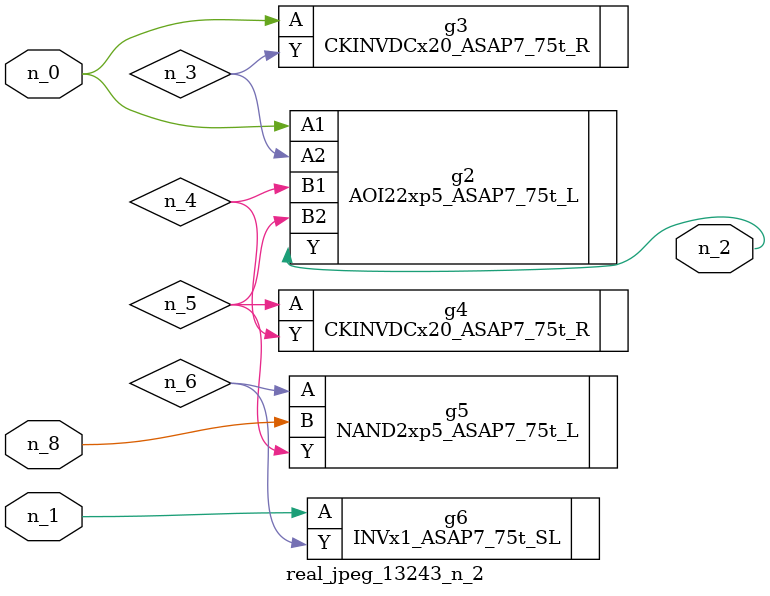
<source format=v>
module real_jpeg_13243_n_2 (n_8, n_1, n_0, n_2);

input n_8;
input n_1;
input n_0;

output n_2;

wire n_5;
wire n_4;
wire n_6;
wire n_3;

AOI22xp5_ASAP7_75t_L g2 ( 
.A1(n_0),
.A2(n_3),
.B1(n_4),
.B2(n_5),
.Y(n_2)
);

CKINVDCx20_ASAP7_75t_R g3 ( 
.A(n_0),
.Y(n_3)
);

INVx1_ASAP7_75t_SL g6 ( 
.A(n_1),
.Y(n_6)
);

CKINVDCx20_ASAP7_75t_R g4 ( 
.A(n_5),
.Y(n_4)
);

NAND2xp5_ASAP7_75t_L g5 ( 
.A(n_6),
.B(n_8),
.Y(n_5)
);


endmodule
</source>
